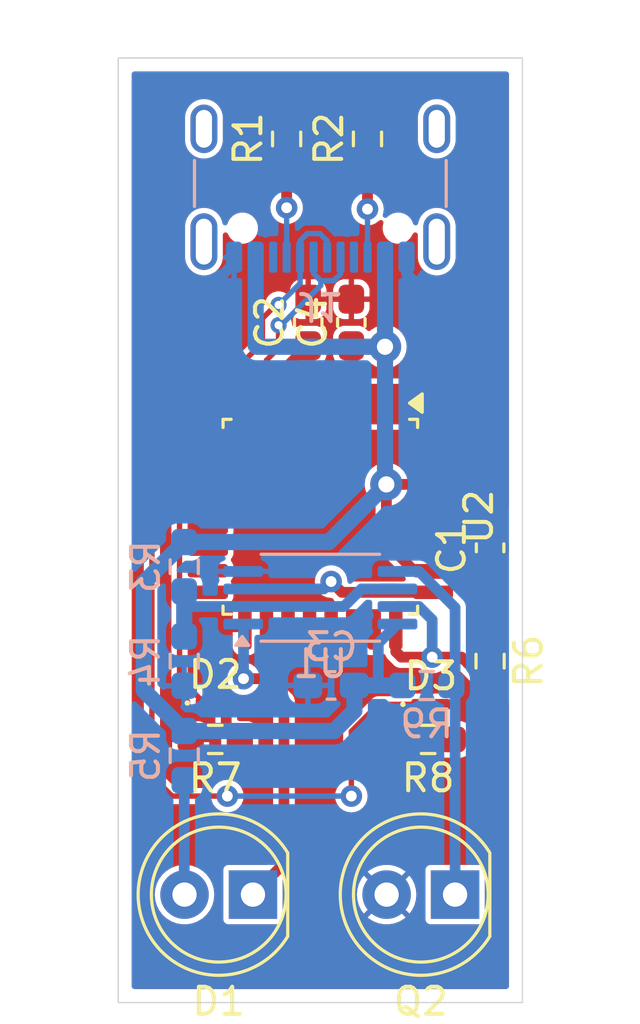
<source format=kicad_pcb>
(kicad_pcb (version 20240108) (generator "pcbnew") (generator_version "8.0")
  (layers (0 "F.Cu" signal) (31 "B.Cu" signal) (34 "B.Paste" user) (35 "F.Paste" user) (36 "B.SilkS" user "B.Silkscreen") (37 "F.SilkS" user "F.Silkscreen") (38 "B.Mask" user) (39 "F.Mask" user) (44 "Edge.Cuts" user))
  (net 0 "")
  (net 1 "GND")
  (net 2 "VBUS")
  (net 3 "Net-(U2-3V3OUT)")
  (net 4 "Net-(D1-A)")
  (net 5 "Net-(D1-K)")
  (net 6 "Net-(D2-A)")
  (net 7 "Net-(D2-K)")
  (net 8 "Net-(D3-A)")
  (net 9 "Net-(D3-K)")
  (net 11 "Net-(J1-CC1)")
  (net 12 "/D-")
  (net 13 "/D+")
  (net 15 "Net-(J1-CC2)")
  (net 17 "Net-(Q2-C)")
  (net 18 "+2V5")
  (net 19 "/RXD")
  (net 20 "/TXD")
  (footprint "LED_SMD:LED_0201_0603Metric_Pad0.64x0.40mm_HandSolder" (layer "F.Cu") (at 140.6 97.9)
    (property "Reference" "D2" (at 0 -1.05 0) (layer "F.SilkS"))
    (property "Value" "GREEN")
    (fp_circle (center -1.035 0) (end -0.985 0) (stroke (width 0.1)) (fill none) (layer "F.SilkS"))
    (pad "1" smd roundrect (at -0.4075 0) (size 0.635 0.4) (layers "F.Cu" "F.Mask") (net 7 "Net-(D2-K)"))
    (pad "2" smd roundrect (at 0.4075 0) (size 0.635 0.4) (layers "F.Cu" "F.Mask") (net 6 "Net-(D2-A)"))
  )
  (footprint "Package_QFP:LQFP-32_7x7mm_P0.8mm" (layer "F.Cu") (at 144.5 91 -90)
    (property "Reference" "U2" (at 0 -5.88 90) (layer "F.SilkS"))
    (property "Value" "FT232BM")
    (fp_line (start -3.61 3.61) (end -3.61 3.31) (stroke (width 0.12)) (layer "F.SilkS"))
    (fp_line (start -3.31 3.61) (end -3.61 3.61) (stroke (width 0.12)) (layer "F.SilkS"))
    (fp_line (start 3.31 3.61) (end 3.61 3.61) (stroke (width 0.12)) (layer "F.SilkS"))
    (fp_line (start 3.61 3.61) (end 3.61 3.31) (stroke (width 0.12)) (layer "F.SilkS"))
    (fp_line (start -3.61 -3.61) (end -3.61 -3.31) (stroke (width 0.12)) (layer "F.SilkS"))
    (fp_line (start -3.31 -3.61) (end -3.61 -3.61) (stroke (width 0.12)) (layer "F.SilkS"))
    (fp_line (start 3.31 -3.61) (end 3.61 -3.61) (stroke (width 0.12)) (layer "F.SilkS"))
    (fp_line (start 3.61 -3.61) (end 3.61 -3.31) (stroke (width 0.12)) (layer "F.SilkS"))
    (fp_poly (pts (xy -4.2125 -3.31) (xy -4.5525 -3.78) (xy -3.8725 -3.78) (xy -4.2125 -3.31)) (stroke (width 0.12)) (fill solid) (layer "F.SilkS"))
    (pad "1" smd roundrect (at -4.175 -2.8 270) (size 1.5 0.5) (layers "F.Cu" "F.Paste" "F.Mask"))
    (pad "2" smd roundrect (at -4.175 -2 270) (size 1.5 0.5) (layers "F.Cu" "F.Paste" "F.Mask"))
    (pad "3" smd roundrect (at -4.175 -1.2 270) (size 1.5 0.5) (layers "F.Cu" "F.Paste" "F.Mask") (net 2 "VBUS"))
    (pad "4" smd roundrect (at -4.175 -0.4 270) (size 1.5 0.5) (layers "F.Cu" "F.Paste" "F.Mask"))
    (pad "5" smd roundrect (at -4.175 0.4 270) (size 1.5 0.5) (layers "F.Cu" "F.Paste" "F.Mask"))
    (pad "6" smd roundrect (at -4.175 1.2 270) (size 1.5 0.5) (layers "F.Cu" "F.Paste" "F.Mask") (net 3 "Net-(U2-3V3OUT)"))
    (pad "7" smd roundrect (at -4.175 2 270) (size 1.5 0.5) (layers "F.Cu" "F.Paste" "F.Mask") (net 13 "/D+"))
    (pad "8" smd roundrect (at -4.175 2.8 270) (size 1.5 0.5) (layers "F.Cu" "F.Paste" "F.Mask") (net 12 "/D-"))
    (pad "9" smd roundrect (at -2.8 4.175 270) (size 0.5 1.5) (layers "F.Cu" "F.Paste" "F.Mask") (net 1 "GND"))
    (pad "10" smd roundrect (at -2 4.175 270) (size 0.5 1.5) (layers "F.Cu" "F.Paste" "F.Mask"))
    (pad "11" smd roundrect (at -1.2 4.175 270) (size 0.5 1.5) (layers "F.Cu" "F.Paste" "F.Mask") (net 9 "Net-(D3-K)"))
    (pad "12" smd roundrect (at -0.4 4.175 270) (size 0.5 1.5) (layers "F.Cu" "F.Paste" "F.Mask") (net 7 "Net-(D2-K)"))
    (pad "13" smd roundrect (at 0.4 4.175 270) (size 0.5 1.5) (layers "F.Cu" "F.Paste" "F.Mask"))
    (pad "14" smd roundrect (at 1.2 4.175 270) (size 0.5 1.5) (layers "F.Cu" "F.Paste" "F.Mask"))
    (pad "15" smd roundrect (at 2 4.175 270) (size 0.5 1.5) (layers "F.Cu" "F.Paste" "F.Mask"))
    (pad "16" smd roundrect (at 2.8 4.175 270) (size 0.5 1.5) (layers "F.Cu" "F.Paste" "F.Mask"))
    (pad "17" smd roundrect (at 4.175 2.8 270) (size 1.5 0.5) (layers "F.Cu" "F.Paste" "F.Mask") (net 1 "GND"))
    (pad "18" smd roundrect (at 4.175 2 270) (size 1.5 0.5) (layers "F.Cu" "F.Paste" "F.Mask"))
    (pad "19" smd roundrect (at 4.175 1.2 270) (size 1.5 0.5) (layers "F.Cu" "F.Paste" "F.Mask"))
    (pad "20" smd roundrect (at 4.175 0.4 270) (size 1.5 0.5) (layers "F.Cu" "F.Paste" "F.Mask"))
    (pad "21" smd roundrect (at 4.175 -0.4 270) (size 1.5 0.5) (layers "F.Cu" "F.Paste" "F.Mask"))
    (pad "22" smd roundrect (at 4.175 -1.2 270) (size 1.5 0.5) (layers "F.Cu" "F.Paste" "F.Mask"))
    (pad "23" smd roundrect (at 4.175 -2 270) (size 1.5 0.5) (layers "F.Cu" "F.Paste" "F.Mask"))
    (pad "24" smd roundrect (at 4.175 -2.8 270) (size 1.5 0.5) (layers "F.Cu" "F.Paste" "F.Mask") (net 19 "/RXD"))
    (pad "25" smd roundrect (at 2.8 -4.175 270) (size 0.5 1.5) (layers "F.Cu" "F.Paste" "F.Mask") (net 20 "/TXD"))
    (pad "26" smd roundrect (at 2 -4.175 270) (size 0.5 1.5) (layers "F.Cu" "F.Paste" "F.Mask") (net 2 "VBUS"))
    (pad "27" smd roundrect (at 1.2 -4.175 270) (size 0.5 1.5) (layers "F.Cu" "F.Paste" "F.Mask"))
    (pad "28" smd roundrect (at 0.4 -4.175 270) (size 0.5 1.5) (layers "F.Cu" "F.Paste" "F.Mask"))
    (pad "29" smd roundrect (at -0.4 -4.175 270) (size 0.5 1.5) (layers "F.Cu" "F.Paste" "F.Mask") (net 1 "GND"))
    (pad "30" smd roundrect (at -1.2 -4.175 270) (size 0.5 1.5) (layers "F.Cu" "F.Paste" "F.Mask") (net 2 "VBUS"))
    (pad "31" smd roundrect (at -2 -4.175 270) (size 0.5 1.5) (layers "F.Cu" "F.Paste" "F.Mask") (net 1 "GND"))
    (pad "32" smd roundrect (at -2.8 -4.175 270) (size 0.5 1.5) (layers "F.Cu" "F.Paste" "F.Mask"))
  )
  (footprint "Capacitor_SMD:C_0603_1608Metric_Pad1.08x0.95mm_HandSolder" (layer "F.Cu") (at 145.65 83.8 90)
    (property "Reference" "C4" (at 0 -1.43 90) (layer "F.SilkS"))
    (property "Value" "0.1u")
    (fp_line (start -0.146267 -0.51) (end 0.146267 -0.51) (stroke (width 0.12)) (layer "F.SilkS"))
    (fp_line (start -0.146267 0.51) (end 0.146267 0.51) (stroke (width 0.12)) (layer "F.SilkS"))
    (pad "1" smd roundrect (at -0.8625 0 90) (size 1.075 0.95) (layers "F.Cu" "F.Paste" "F.Mask") (net 2 "VBUS"))
    (pad "2" smd roundrect (at 0.8625 0 90) (size 1.075 0.95) (layers "F.Cu" "F.Paste" "F.Mask") (net 1 "GND"))
  )
  (footprint "Resistor_SMD:R_0603_1608Metric_Pad0.98x0.95mm_HandSolder" (layer "F.Cu") (at 140.6 99.25 180)
    (property "Reference" "R7" (at 0 -1.43 0) (layer "F.SilkS"))
    (property "Value" "330R")
    (fp_line (start -0.254724 0.5225) (end 0.254724 0.5225) (stroke (width 0.12)) (layer "F.SilkS"))
    (fp_line (start -0.254724 -0.5225) (end 0.254724 -0.5225) (stroke (width 0.12)) (layer "F.SilkS"))
    (pad "1" smd roundrect (at -0.9125 0 180) (size 0.975 0.95) (layers "F.Cu" "F.Paste" "F.Mask") (net 6 "Net-(D2-A)"))
    (pad "2" smd roundrect (at 0.9125 0 180) (size 0.975 0.95) (layers "F.Cu" "F.Paste" "F.Mask") (net 1 "GND"))
  )
  (footprint "Capacitor_SMD:C_0603_1608Metric_Pad1.08x0.95mm_HandSolder" (layer "F.Cu") (at 144.05 83.8 90)
    (property "Reference" "C2" (at 0 -1.43 90) (layer "F.SilkS"))
    (property "Value" "0.1u")
    (fp_line (start -0.146267 -0.51) (end 0.146267 -0.51) (stroke (width 0.12)) (layer "F.SilkS"))
    (fp_line (start -0.146267 0.51) (end 0.146267 0.51) (stroke (width 0.12)) (layer "F.SilkS"))
    (pad "1" smd roundrect (at -0.8625 0 90) (size 1.075 0.95) (layers "F.Cu" "F.Paste" "F.Mask") (net 3 "Net-(U2-3V3OUT)"))
    (pad "2" smd roundrect (at 0.8625 0 90) (size 1.075 0.95) (layers "F.Cu" "F.Paste" "F.Mask") (net 1 "GND"))
  )
  (footprint "Resistor_SMD:R_0603_1608Metric_Pad0.98x0.95mm_HandSolder" (layer "F.Cu") (at 148.5 99.25 180)
    (property "Reference" "R8" (at 0 -1.43 0) (layer "F.SilkS"))
    (property "Value" "330R")
    (fp_line (start -0.254724 0.5225) (end 0.254724 0.5225) (stroke (width 0.12)) (layer "F.SilkS"))
    (fp_line (start -0.254724 -0.5225) (end 0.254724 -0.5225) (stroke (width 0.12)) (layer "F.SilkS"))
    (pad "1" smd roundrect (at -0.9125 0 180) (size 0.975 0.95) (layers "F.Cu" "F.Paste" "F.Mask") (net 8 "Net-(D3-A)"))
    (pad "2" smd roundrect (at 0.9125 0 180) (size 0.975 0.95) (layers "F.Cu" "F.Paste" "F.Mask") (net 1 "GND"))
  )
  (footprint "Resistor_SMD:R_0603_1608Metric_Pad0.98x0.95mm_HandSolder" (layer "F.Cu") (at 143.25 77 90)
    (property "Reference" "R1" (at 0 -1.43 90) (layer "F.SilkS"))
    (property "Value" "5.1k")
    (fp_line (start -0.254724 -0.5225) (end 0.254724 -0.5225) (stroke (width 0.12)) (layer "F.SilkS"))
    (fp_line (start -0.254724 0.5225) (end 0.254724 0.5225) (stroke (width 0.12)) (layer "F.SilkS"))
    (pad "1" smd roundrect (at -0.9125 0 90) (size 0.975 0.95) (layers "F.Cu" "F.Paste" "F.Mask") (net 11 "Net-(J1-CC1)"))
    (pad "2" smd roundrect (at 0.9125 0 90) (size 0.975 0.95) (layers "F.Cu" "F.Paste" "F.Mask") (net 1 "GND"))
  )
  (footprint "LED_THT:LED_D5.0mm_Clear" (layer "F.Cu") (at 149.5 105 180)
    (property "Reference" "Q2" (at 1.27 -3.96 0) (layer "F.SilkS"))
    (property "Value" "INL-5ANPT30")
    (fp_line (start -1.29 -1.545) (end -1.29 1.545) (stroke (width 0.12)) (layer "F.SilkS"))
    (fp_arc (start 4.26 0.000048) (mid 2.071756 2.880501) (end -1.29 1.54483) (stroke (width 0.12)) (layer "F.SilkS"))
    (fp_arc (start -1.29 -1.54483) (mid 2.071756 -2.880501) (end 4.26 -0.000048) (stroke (width 0.12)) (layer "F.SilkS"))
    (fp_circle (center 1.27 0) (end 3.77 0) (stroke (width 0.12)) (fill none) (layer "F.SilkS"))
    (pad "1" thru_hole rect (at 0 0 180) (size 1.8 1.8) (drill 0.9) (layers "*.Cu" "*.Mask") (net 17 "Net-(Q2-C)"))
    (pad "2" thru_hole circle (at 2.54 0 180) (size 1.8 1.8) (drill 0.9) (layers "*.Cu" "*.Mask") (net 1 "GND"))
  )
  (footprint "LED_THT:LED_D5.0mm_Clear" (layer "F.Cu") (at 142 105 180)
    (property "Reference" "D1" (at 1.27 -3.96 0) (layer "F.SilkS"))
    (property "Value" "TSAL6400")
    (fp_line (start -1.29 -1.545) (end -1.29 1.545) (stroke (width 0.12)) (layer "F.SilkS"))
    (fp_arc (start 4.26 0.000048) (mid 2.071756 2.880501) (end -1.29 1.54483) (stroke (width 0.12)) (layer "F.SilkS"))
    (fp_arc (start -1.29 -1.54483) (mid 2.071756 -2.880501) (end 4.26 -0.000048) (stroke (width 0.12)) (layer "F.SilkS"))
    (fp_circle (center 1.27 0) (end 3.77 0) (stroke (width 0.12)) (fill none) (layer "F.SilkS"))
    (pad "1" thru_hole rect (at 0 0 180) (size 1.8 1.8) (drill 0.9) (layers "*.Cu" "*.Mask") (net 5 "Net-(D1-K)"))
    (pad "2" thru_hole circle (at 2.54 0 180) (size 1.8 1.8) (drill 0.9) (layers "*.Cu" "*.Mask") (net 4 "Net-(D1-A)"))
  )
  (footprint "Resistor_SMD:R_0603_1608Metric_Pad0.98x0.95mm_HandSolder" (layer "F.Cu") (at 146.25 77 90)
    (property "Reference" "R2" (at 0 -1.43 90) (layer "F.SilkS"))
    (property "Value" "5.1k")
    (fp_line (start -0.254724 -0.5225) (end 0.254724 -0.5225) (stroke (width 0.12)) (layer "F.SilkS"))
    (fp_line (start -0.254724 0.5225) (end 0.254724 0.5225) (stroke (width 0.12)) (layer "F.SilkS"))
    (pad "1" smd roundrect (at -0.9125 0 90) (size 0.975 0.95) (layers "F.Cu" "F.Paste" "F.Mask") (net 15 "Net-(J1-CC2)"))
    (pad "2" smd roundrect (at 0.9125 0 90) (size 0.975 0.95) (layers "F.Cu" "F.Paste" "F.Mask") (net 1 "GND"))
  )
  (footprint "Resistor_SMD:R_0603_1608Metric_Pad0.98x0.95mm_HandSolder" (layer "F.Cu") (at 150.8 96.35 -90)
    (property "Reference" "R6" (at 0 -1.43 90) (layer "F.SilkS"))
    (property "Value" "12k")
    (fp_line (start -0.254724 0.5225) (end 0.254724 0.5225) (stroke (width 0.12)) (layer "F.SilkS"))
    (fp_line (start -0.254724 -0.5225) (end 0.254724 -0.5225) (stroke (width 0.12)) (layer "F.SilkS"))
    (pad "1" smd roundrect (at -0.9125 0 270) (size 0.975 0.95) (layers "F.Cu" "F.Paste" "F.Mask") (net 2 "VBUS"))
    (pad "2" smd roundrect (at 0.9125 0 270) (size 0.975 0.95) (layers "F.Cu" "F.Paste" "F.Mask") (net 19 "/RXD"))
  )
  (footprint "LED_SMD:LED_0201_0603Metric_Pad0.64x0.40mm_HandSolder" (layer "F.Cu") (at 148.6 97.95)
    (property "Reference" "D3" (at 0 -1.05 0) (layer "F.SilkS"))
    (property "Value" "RED")
    (fp_circle (center -1.035 0) (end -0.985 0) (stroke (width 0.1)) (fill none) (layer "F.SilkS"))
    (pad "1" smd roundrect (at -0.4075 0) (size 0.635 0.4) (layers "F.Cu" "F.Mask") (net 9 "Net-(D3-K)"))
    (pad "2" smd roundrect (at 0.4075 0) (size 0.635 0.4) (layers "F.Cu" "F.Mask") (net 8 "Net-(D3-A)"))
  )
  (footprint "Capacitor_SMD:C_0603_1608Metric_Pad1.08x0.95mm_HandSolder" (layer "F.Cu") (at 150.8 92.15 90)
    (property "Reference" "C1" (at 0 -1.43 90) (layer "F.SilkS"))
    (property "Value" "0.1u")
    (fp_line (start -0.146267 -0.51) (end 0.146267 -0.51) (stroke (width 0.12)) (layer "F.SilkS"))
    (fp_line (start -0.146267 0.51) (end 0.146267 0.51) (stroke (width 0.12)) (layer "F.SilkS"))
    (pad "1" smd roundrect (at -0.8625 0 90) (size 1.075 0.95) (layers "F.Cu" "F.Paste" "F.Mask") (net 2 "VBUS"))
    (pad "2" smd roundrect (at 0.8625 0 90) (size 1.075 0.95) (layers "F.Cu" "F.Paste" "F.Mask") (net 1 "GND"))
  )
  (footprint "Capacitor_SMD:C_0603_1608Metric_Pad1.08x0.95mm_HandSolder" (layer "B.Cu") (at 144.9 97.25 180)
    (property "Reference" "C3" (at 0 1.43 0) (layer "B.SilkS") (effects (justify mirror)))
    (property "Value" "0.1u")
    (fp_line (start 0.146267 0.51) (end -0.146267 0.51) (stroke (width 0.12)) (layer "B.SilkS"))
    (fp_line (start 0.146267 -0.51) (end -0.146267 -0.51) (stroke (width 0.12)) (layer "B.SilkS"))
    (pad "1" smd roundrect (at -0.8625 0 180) (size 1.075 0.95) (layers "B.Cu" "B.Paste" "B.Mask") (net 2 "VBUS"))
    (pad "2" smd roundrect (at 0.8625 0 180) (size 1.075 0.95) (layers "B.Cu" "B.Paste" "B.Mask") (net 1 "GND"))
  )
  (footprint "Resistor_SMD:R_0603_1608Metric_Pad0.98x0.95mm_HandSolder" (layer "B.Cu") (at 148.45 97.25)
    (property "Reference" "R9" (at 0 1.43 360) (layer "B.SilkS") (effects (justify mirror)))
    (property "Value" "1k")
    (fp_line (start 0.254724 -0.5225) (end -0.254724 -0.5225) (stroke (width 0.12)) (layer "B.SilkS"))
    (fp_line (start 0.254724 0.5225) (end -0.254724 0.5225) (stroke (width 0.12)) (layer "B.SilkS"))
    (pad "1" smd roundrect (at -0.9125 0) (size 0.975 0.95) (layers "B.Cu" "B.Paste" "B.Mask") (net 2 "VBUS"))
    (pad "2" smd roundrect (at 0.9125 0) (size 0.975 0.95) (layers "B.Cu" "B.Paste" "B.Mask") (net 17 "Net-(Q2-C)"))
  )
  (footprint "Connector_USB:USB_C_Receptacle_GCT_USB4105-xx-A_16P_TopMnt_Horizontal" (layer "B.Cu") (at 144.5 77.7)
    (property "Reference" "J1" (at 0 5.5 180) (layer "B.SilkS") (effects (justify mirror)))
    (property "Value" "USB_C_Receptacle_USB2.0_16P")
    (fp_line (start -4.67 1.8) (end -4.67 0.1) (stroke (width 0.12)) (layer "B.SilkS"))
    (fp_line (start 4.67 1.8) (end 4.67 0.1) (stroke (width 0.12)) (layer "B.SilkS"))
    (pad "" np_thru_hole circle (at -2.89 2.605) (size 0.65 0.65) (drill 0.65) (layers "F&B.Cu" "*.Mask"))
    (pad "" np_thru_hole circle (at 2.89 2.605) (size 0.65 0.65) (drill 0.65) (layers "F&B.Cu" "*.Mask"))
    (pad "A1" smd roundrect (at -3.2 3.68) (size 0.6 1.15) (layers "B.Cu" "B.Paste" "B.Mask") (net 1 "GND"))
    (pad "A4" smd roundrect (at -2.4 3.68) (size 0.6 1.15) (layers "B.Cu" "B.Paste" "B.Mask") (net 2 "VBUS"))
    (pad "A5" smd roundrect (at -1.25 3.68) (size 0.3 1.15) (layers "B.Cu" "B.Paste" "B.Mask") (net 11 "Net-(J1-CC1)"))
    (pad "A6" smd roundrect (at -0.25 3.68) (size 0.3 1.15) (layers "B.Cu" "B.Paste" "B.Mask") (net 13 "/D+"))
    (pad "A7" smd roundrect (at 0.25 3.68) (size 0.3 1.15) (layers "B.Cu" "B.Paste" "B.Mask") (net 12 "/D-"))
    (pad "A8" smd roundrect (at 1.25 3.68) (size 0.3 1.15) (layers "B.Cu" "B.Paste" "B.Mask"))
    (pad "A9" smd roundrect (at 2.4 3.68) (size 0.6 1.15) (layers "B.Cu" "B.Paste" "B.Mask") (net 2 "VBUS"))
    (pad "A12" smd roundrect (at 3.2 3.68) (size 0.6 1.15) (layers "B.Cu" "B.Paste" "B.Mask") (net 1 "GND"))
    (pad "B1" smd roundrect (at 3.2 3.68) (size 0.6 1.15) (layers "B.Cu" "B.Paste" "B.Mask") (net 1 "GND"))
    (pad "B4" smd roundrect (at 2.4 3.68) (size 0.6 1.15) (layers "B.Cu" "B.Paste" "B.Mask") (net 2 "VBUS"))
    (pad "B5" smd roundrect (at 1.75 3.68) (size 0.3 1.15) (layers "B.Cu" "B.Paste" "B.Mask") (net 15 "Net-(J1-CC2)"))
    (pad "B6" smd roundrect (at 0.75 3.68) (size 0.3 1.15) (layers "B.Cu" "B.Paste" "B.Mask") (net 13 "/D+"))
    (pad "B7" smd roundrect (at -0.75 3.68) (size 0.3 1.15) (layers "B.Cu" "B.Paste" "B.Mask") (net 12 "/D-"))
    (pad "B8" smd roundrect (at -1.75 3.68) (size 0.3 1.15) (layers "B.Cu" "B.Paste" "B.Mask"))
    (pad "B9" smd roundrect (at -2.4 3.68) (size 0.6 1.15) (layers "B.Cu" "B.Paste" "B.Mask") (net 2 "VBUS"))
    (pad "B12" smd roundrect (at -3.2 3.68) (size 0.6 1.15) (layers "B.Cu" "B.Paste" "B.Mask") (net 1 "GND"))
    (pad "S1" thru_hole oval (at -4.32 -1.075) (size 1 1.8) (drill oval 0.6 1.4) (property pad_prop_heatsink) (layers "*.Cu" "*.Mask" "B.Paste"))
    (pad "S1" thru_hole oval (at -4.32 3.105) (size 1 2.1) (drill oval 0.6 1.7) (property pad_prop_heatsink) (layers "*.Cu" "*.Mask" "B.Paste"))
    (pad "S1" thru_hole oval (at 4.32 -1.075) (size 1 1.8) (drill oval 0.6 1.4) (property pad_prop_heatsink) (layers "*.Cu" "*.Mask" "B.Paste"))
    (pad "S1" thru_hole oval (at 4.32 3.105) (size 1 2.1) (drill oval 0.6 1.7) (property pad_prop_heatsink) (layers "*.Cu" "*.Mask" "B.Paste"))
  )
  (footprint "Resistor_SMD:R_0603_1608Metric_Pad0.98x0.95mm_HandSolder" (layer "B.Cu") (at 139.45 92.85 -90)
    (property "Reference" "R3" (at 0 1.43 90) (layer "B.SilkS") (effects (justify mirror)))
    (property "Value" "10k")
    (fp_line (start 0.254724 0.5225) (end -0.254724 0.5225) (stroke (width 0.12)) (layer "B.SilkS"))
    (fp_line (start 0.254724 -0.5225) (end -0.254724 -0.5225) (stroke (width 0.12)) (layer "B.SilkS"))
    (pad "1" smd roundrect (at -0.9125 0 270) (size 0.975 0.95) (layers "B.Cu" "B.Paste" "B.Mask") (net 2 "VBUS"))
    (pad "2" smd roundrect (at 0.9125 0 270) (size 0.975 0.95) (layers "B.Cu" "B.Paste" "B.Mask") (net 18 "+2V5"))
  )
  (footprint "Resistor_SMD:R_0603_1608Metric_Pad0.98x0.95mm_HandSolder" (layer "B.Cu") (at 139.45 96.35 -90)
    (property "Reference" "R4" (at 0 1.43 90) (layer "B.SilkS") (effects (justify mirror)))
    (property "Value" "10k")
    (fp_line (start 0.254724 0.5225) (end -0.254724 0.5225) (stroke (width 0.12)) (layer "B.SilkS"))
    (fp_line (start 0.254724 -0.5225) (end -0.254724 -0.5225) (stroke (width 0.12)) (layer "B.SilkS"))
    (pad "1" smd roundrect (at -0.9125 0 270) (size 0.975 0.95) (layers "B.Cu" "B.Paste" "B.Mask") (net 18 "+2V5"))
    (pad "2" smd roundrect (at 0.9125 0 270) (size 0.975 0.95) (layers "B.Cu" "B.Paste" "B.Mask") (net 1 "GND"))
  )
  (footprint "Resistor_SMD:R_0603_1608Metric_Pad0.98x0.95mm_HandSolder" (layer "B.Cu") (at 139.45 99.85 -90)
    (property "Reference" "R5" (at 0 1.43 90) (layer "B.SilkS") (effects (justify mirror)))
    (property "Value" "R")
    (fp_line (start 0.254724 0.5225) (end -0.254724 0.5225) (stroke (width 0.12)) (layer "B.SilkS"))
    (fp_line (start 0.254724 -0.5225) (end -0.254724 -0.5225) (stroke (width 0.12)) (layer "B.SilkS"))
    (pad "1" smd roundrect (at -0.9125 0 270) (size 0.975 0.95) (layers "B.Cu" "B.Paste" "B.Mask") (net 2 "VBUS"))
    (pad "2" smd roundrect (at 0.9125 0 270) (size 0.975 0.95) (layers "B.Cu" "B.Paste" "B.Mask") (net 4 "Net-(D1-A)"))
  )
  (footprint "Package_SO:TSSOP-8_4.4x3mm_P0.65mm" (layer "B.Cu") (at 144.5 94)
    (property "Reference" "U1" (at 0 2.45 0) (layer "B.SilkS") (effects (justify mirror)))
    (property "Value" "LM393")
    (fp_line (start -2.2 -1.61) (end 0 -1.61) (stroke (width 0.12)) (layer "B.SilkS"))
    (fp_line (start -2.2 1.61) (end 0 1.61) (stroke (width 0.12)) (layer "B.SilkS"))
    (fp_line (start 2.2 -1.61) (end 0 -1.61) (stroke (width 0.12)) (layer "B.SilkS"))
    (fp_line (start 2.2 1.61) (end 0 1.61) (stroke (width 0.12)) (layer "B.SilkS"))
    (fp_poly (pts (xy -2.9 1.435) (xy -3.14 1.765) (xy -2.66 1.765) (xy -2.9 1.435)) (stroke (width 0.12)) (fill solid) (layer "B.SilkS"))
    (pad "1" smd roundrect (at -2.8625 0.975) (size 1.475 0.4) (layers "B.Cu" "B.Paste" "B.Mask") (net 5 "Net-(D1-K)"))
    (pad "2" smd roundrect (at -2.8625 0.325) (size 1.475 0.4) (layers "B.Cu" "B.Paste" "B.Mask") (net 18 "+2V5"))
    (pad "3" smd roundrect (at -2.8625 -0.325) (size 1.475 0.4) (layers "B.Cu" "B.Paste" "B.Mask") (net 20 "/TXD"))
    (pad "4" smd roundrect (at -2.8625 -0.975) (size 1.475 0.4) (layers "B.Cu" "B.Paste" "B.Mask") (net 1 "GND"))
    (pad "5" smd roundrect (at 2.8625 -0.975) (size 1.475 0.4) (layers "B.Cu" "B.Paste" "B.Mask") (net 17 "Net-(Q2-C)"))
    (pad "6" smd roundrect (at 2.8625 -0.325) (size 1.475 0.4) (layers "B.Cu" "B.Paste" "B.Mask") (net 18 "+2V5"))
    (pad "7" smd roundrect (at 2.8625 0.325) (size 1.475 0.4) (layers "B.Cu" "B.Paste" "B.Mask") (net 19 "/RXD"))
    (pad "8" smd roundrect (at 2.8625 0.975) (size 1.475 0.4) (layers "B.Cu" "B.Paste" "B.Mask") (net 2 "VBUS"))
  )
  (gr_rect (start 137 74) (end 152 109) (stroke (width 0.05)) (fill none) (layer "Edge.Cuts"))
  (segment (start 147.7 81.38) (end 147.7 82) (width 0.4) (layer "B.Cu") (net 1))
  (segment (start 141.3 81.38) (end 141.3 81.6) (width 0.4) (layer "B.Cu") (net 1))
  (segment (start 141.3 81.6) (end 140.85 82.05) (width 0.4) (layer "B.Cu") (net 1))
  (segment (start 147.7 82) (end 148.3 82.6) (width 0.4) (layer "B.Cu") (net 1))
  (segment (start 150.8 94.3) (end 150.8 93.0125) (width 0.6) (layer "F.Cu") (net 2))
  (segment (start 145.7 86.825) (end 145.7 84.7125) (width 0.4) (layer "F.Cu") (net 2))
  (segment (start 146.9 84.7) (end 145.6875 84.7) (width 0.6) (layer "F.Cu") (net 2))
  (segment (start 146.95 89.8) (end 146.95 91.970926) (width 0.4) (layer "F.Cu") (net 2))
  (segment (start 145.8125 84.5) (end 145.65 84.6625) (width 0.6) (layer "F.Cu") (net 2))
  (segment (start 145.7 84.7125) (end 145.65 84.6625) (width 0.4) (layer "F.Cu") (net 2))
  (segment (start 146.95 91.970926) (end 147.979074 93) (width 0.4) (layer "F.Cu") (net 2))
  (segment (start 150.7875 93) (end 150.8 93.0125) (width 0.6) (layer "F.Cu") (net 2))
  (segment (start 150.8 95.4375) (end 150.8 94.3) (width 0.6) (layer "F.Cu") (net 2))
  (segment (start 147.979074 93) (end 148.675 93) (width 0.4) (layer "F.Cu") (net 2))
  (segment (start 145.6875 84.7) (end 145.65 84.6625) (width 0.6) (layer "F.Cu") (net 2))
  (segment (start 148.675 93) (end 150.7875 93) (width 0.6) (layer "F.Cu") (net 2))
  (segment (start 148.675 89.8) (end 146.95 89.8) (width 0.4) (layer "F.Cu") (net 2))
  (via (at 146.9 84.7) (size 1.2) (drill 0.6) (layers "F.Cu" "B.Cu") (net 2))
  (via (at 146.95 89.8) (size 1.2) (drill 0.6) (layers "F.Cu" "B.Cu") (net 2))
  (segment (start 137.95 97.4375) (end 137.95 93.4375) (width 0.6) (layer "B.Cu") (net 2))
  (segment (start 139.45 98.9375) (end 137.95 97.4375) (width 0.6) (layer "B.Cu") (net 2))
  (segment (start 142.1 81.38) (end 142.1 84.65) (width 0.6) (layer "B.Cu") (net 2))
  (segment (start 142.15 84.7) (end 142.1 84.65) (width 0.6) (layer "B.Cu") (net 2))
  (segment (start 146.65 95.6875) (end 146.65 97.25) (width 0.4) (layer "B.Cu") (net 2))
  (segment (start 146.9 84.5) (end 146.7 84.7) (width 0.6) (layer "B.Cu") (net 2))
  (segment (start 144.8125 91.9375) (end 146.95 89.8) (width 0.6) (layer "B.Cu") (net 2))
  (segment (start 146.9 84.7) (end 142.15 84.7) (width 0.6) (layer "B.Cu") (net 2))
  (segment (start 146.9 84.7) (end 146.9 89.75) (width 0.6) (layer "B.Cu") (net 2))
  (segment (start 146.9 81.38) (end 146.9 84.5) (width 0.6) (layer "B.Cu") (net 2))
  (segment (start 145.7625 98.1875) (end 145.7625 97.25) (width 0.6) (layer "B.Cu") (net 2))
  (segment (start 139.45 91.9375) (end 144.8125 91.9375) (width 0.6) (layer "B.Cu") (net 2))
  (segment (start 145.7625 97.25) (end 146.65 97.25) (width 0.6) (layer "B.Cu") (net 2))
  (segment (start 145.0125 98.9375) (end 145.7625 98.1875) (width 0.6) (layer "B.Cu") (net 2))
  (segment (start 146.65 97.25) (end 147.5375 97.25) (width 0.6) (layer "B.Cu") (net 2))
  (segment (start 147.3625 94.975) (end 146.65 95.6875) (width 0.4) (layer "B.Cu") (net 2))
  (segment (start 137.95 93.4375) (end 139.45 91.9375) (width 0.6) (layer "B.Cu") (net 2))
  (segment (start 146.9 89.75) (end 146.95 89.8) (width 0.6) (layer "B.Cu") (net 2))
  (segment (start 139.45 98.9375) (end 145.0125 98.9375) (width 0.6) (layer "B.Cu") (net 2))
  (segment (start 143.3 85.4) (end 143.3 86.825) (width 0.4) (layer "F.Cu") (net 3))
  (segment (start 144.05 84.6625) (end 144.0375 84.6625) (width 0.4) (layer "F.Cu") (net 3))
  (segment (start 144.0375 84.6625) (end 143.3 85.4) (width 0.4) (layer "F.Cu") (net 3))
  (segment (start 139.45 104.99) (end 139.46 105) (width 0.4) (layer "B.Cu") (net 4))
  (segment (start 139.45 100.7625) (end 139.45 104.99) (width 0.4) (layer "B.Cu") (net 4))
  (segment (start 143.15 103.85) (end 142 105) (width 0.4) (layer "F.Cu") (net 5))
  (segment (start 143.15 97.85) (end 143.15 103.85) (width 0.4) (layer "F.Cu") (net 5))
  (segment (start 141.65 97) (end 142.3 97) (width 0.4) (layer "F.Cu") (net 5))
  (segment (start 142.3 97) (end 143.15 97.85) (width 0.4) (layer "F.Cu") (net 5))
  (via (at 141.65 97) (size 0.8) (drill 0.4) (layers "F.Cu" "B.Cu") (net 5))
  (segment (start 141.65 94.9875) (end 141.6375 94.975) (width 0.4) (layer "B.Cu") (net 5))
  (segment (start 141.65 97) (end 141.65 94.9875) (width 0.4) (layer "B.Cu") (net 5))
  (segment (start 141.0075 98.745) (end 141.5125 99.25) (width 0.4) (layer "F.Cu") (net 6))
  (segment (start 141.0075 97.9) (end 141.0075 98.745) (width 0.4) (layer "F.Cu") (net 6))
  (segment (start 140.325 90.6) (end 139.575001 90.6) (width 0.2) (layer "F.Cu") (net 7))
  (segment (start 139.275 96.9825) (end 140.1925 97.9) (width 0.2) (layer "F.Cu") (net 7))
  (segment (start 139.575001 90.6) (end 139.275 90.900001) (width 0.2) (layer "F.Cu") (net 7))
  (segment (start 139.275 90.900001) (end 139.275 96.9825) (width 0.2) (layer "F.Cu") (net 7))
  (segment (start 149.0075 97.95) (end 149.0075 98.845) (width 0.4) (layer "F.Cu") (net 8))
  (segment (start 149.0075 98.845) (end 149.4125 99.25) (width 0.4) (layer "F.Cu") (net 8))
  (segment (start 145.65 98.95) (end 146.65 97.95) (width 0.2) (layer "F.Cu") (net 9))
  (segment (start 138.25 91.125001) (end 138.25 100.6) (width 0.2) (layer "F.Cu") (net 9))
  (segment (start 139.575001 89.8) (end 138.25 91.125001) (width 0.2) (layer "F.Cu") (net 9))
  (segment (start 146.65 97.95) (end 148.1925 97.95) (width 0.2) (layer "F.Cu") (net 9))
  (segment (start 141.05 101.35) (end 139 101.35) (width 0.2) (layer "F.Cu") (net 9))
  (segment (start 138.25 100.6) (end 139 101.35) (width 0.2) (layer "F.Cu") (net 9))
  (segment (start 145.65 101.35) (end 145.65 98.95) (width 0.2) (layer "F.Cu") (net 9))
  (segment (start 140.325 89.8) (end 139.575001 89.8) (width 0.2) (layer "F.Cu") (net 9))
  (via (at 141.05 101.35) (size 0.8) (drill 0.4) (layers "F.Cu" "B.Cu") (net 9))
  (via (at 145.65 101.35) (size 0.8) (drill 0.4) (layers "F.Cu" "B.Cu") (net 9))
  (segment (start 145.65 101.35) (end 141.05 101.35) (width 0.2) (layer "B.Cu") (net 9))
  (segment (start 143.25 77.9125) (end 143.25 79.55) (width 0.4) (layer "F.Cu") (net 11))
  (via (at 143.25 79.55) (size 0.8) (drill 0.4) (layers "F.Cu" "B.Cu") (net 11))
  (segment (start 143.25 81.38) (end 143.25 79.55) (width 0.2) (layer "B.Cu") (net 11))
  (segment (start 142.35 84.549997) (end 142.35 83.651471) (width 0.2) (layer "F.Cu") (net 12))
  (segment (start 142.35 83.651471) (end 142.851471 83.15) (width 0.2) (layer "F.Cu") (net 12))
  (segment (start 141.7 86.825) (end 141.7 85.199997) (width 0.2) (layer "F.Cu") (net 12))
  (segment (start 141.7 85.199997) (end 142.35 84.549997) (width 0.2) (layer "F.Cu") (net 12))
  (segment (start 142.851471 83.15) (end 142.95 83.15) (width 0.2) (layer "F.Cu") (net 12))
  (via (at 142.95 83.15) (size 0.6) (drill 0.3) (layers "F.Cu" "B.Cu") (net 12))
  (segment (start 142.95 83.15) (end 143.75 82.35) (width 0.2) (layer "B.Cu") (net 12))
  (segment (start 143.75 81.38) (end 143.75 80.77259) (width 0.2) (layer "B.Cu") (net 12))
  (segment (start 144.48241 80.505) (end 144.75 80.77259) (width 0.2) (layer "B.Cu") (net 12))
  (segment (start 143.75 82.35) (end 143.75 81.38) (width 0.2) (layer "B.Cu") (net 12))
  (segment (start 144.01759 80.505) (end 144.48241 80.505) (width 0.2) (layer "B.Cu") (net 12))
  (segment (start 144.75 80.77259) (end 144.75 81.38) (width 0.2) (layer "B.Cu") (net 12))
  (segment (start 143.75 80.77259) (end 144.01759 80.505) (width 0.2) (layer "B.Cu") (net 12))
  (segment (start 142.5 85.2) (end 142.95 84.75) (width 0.2) (layer "F.Cu") (net 13))
  (segment (start 142.5 86.825) (end 142.5 85.2) (width 0.2) (layer "F.Cu") (net 13))
  (segment (start 142.95 84.75) (end 142.95 83.9) (width 0.2) (layer "F.Cu") (net 13))
  (via (at 142.95 83.9) (size 0.6) (drill 0.3) (layers "F.Cu" "B.Cu") (net 13))
  (segment (start 144.25 81.98741) (end 144.51759 82.255) (width 0.2) (layer "B.Cu") (net 13))
  (segment (start 144.51759 82.430939) (end 144.51759 82.255) (width 0.2) (layer "B.Cu") (net 13))
  (segment (start 144.75 82.255) (end 144.995 82.255) (width 0.2) (layer "B.Cu") (net 13))
  (segment (start 142.95 83.9) (end 143.048529 83.9) (width 0.2) (layer "B.Cu") (net 13))
  (segment (start 143.048529 83.9) (end 144.51759 82.430939) (width 0.2) (layer "B.Cu") (net 13))
  (segment (start 145.25 82) (end 145.25 81.38) (width 0.2) (layer "B.Cu") (net 13))
  (segment (start 144.25 81.38) (end 144.25 81.98741) (width 0.2) (layer "B.Cu") (net 13))
  (segment (start 144.51759 82.255) (end 144.75 82.255) (width 0.2) (layer "B.Cu") (net 13))
  (segment (start 144.995 82.255) (end 145.25 82) (width 0.2) (layer "B.Cu") (net 13))
  (segment (start 146.25 77.9125) (end 146.25 79.6) (width 0.4) (layer "F.Cu") (net 15))
  (via (at 146.25 79.6) (size 0.8) (drill 0.4) (layers "F.Cu" "B.Cu") (net 15))
  (segment (start 146.25 81.38) (end 146.25 79.6) (width 0.2) (layer "B.Cu") (net 15))
  (segment (start 149.5 97.25) (end 149.5 94.365122) (width 0.4) (layer "B.Cu") (net 17))
  (segment (start 148.159878 93.025) (end 147.3625 93.025) (width 0.4) (layer "B.Cu") (net 17))
  (segment (start 149.5 94.365122) (end 148.159878 93.025) (width 0.4) (layer "B.Cu") (net 17))
  (segment (start 149.3625 97.25) (end 149.5 97.25) (width 0.4) (layer "B.Cu") (net 17))
  (segment (start 149.5 105) (end 149.5 99.7) (width 0.4) (layer "B.Cu") (net 17))
  (segment (start 149.5 99.7) (end 149.5 97.25) (width 0.4) (layer "B.Cu") (net 17))
  (segment (start 139.45 94.35) (end 139.45 95.4375) (width 0.6) (layer "B.Cu") (net 18))
  (segment (start 139.475 94.325) (end 139.45 94.35) (width 0.4) (layer "B.Cu") (net 18))
  (segment (start 141.6375 94.325) (end 139.475 94.325) (width 0.4) (layer "B.Cu") (net 18))
  (segment (start 146.025 93.675) (end 145.375 94.325) (width 0.4) (layer "B.Cu") (net 18))
  (segment (start 145.375 94.325) (end 141.6375 94.325) (width 0.4) (layer "B.Cu") (net 18))
  (segment (start 139.45 93.7625) (end 139.45 94.35) (width 0.6) (layer "B.Cu") (net 18))
  (segment (start 147.3625 93.675) (end 146.025 93.675) (width 0.4) (layer "B.Cu") (net 18))
  (segment (start 148.65 96.2) (end 147.5 96.2) (width 0.4) (layer "F.Cu") (net 19))
  (segment (start 149.7375 96.2) (end 150.8 97.2625) (width 0.4) (layer "F.Cu") (net 19))
  (segment (start 148.65 96.2) (end 149.7375 96.2) (width 0.4) (layer "F.Cu") (net 19))
  (segment (start 147.3 96) (end 147.3 95.175) (width 0.4) (layer "F.Cu") (net 19))
  (segment (start 147.5 96.2) (end 147.3 96) (width 0.4) (layer "F.Cu") (net 19))
  (via (at 148.65 96.2) (size 0.8) (drill 0.4) (layers "F.Cu" "B.Cu") (net 19))
  (segment (start 148.65 94.815122) (end 148.65 96.2) (width 0.4) (layer "B.Cu") (net 19))
  (segment (start 147.3625 94.325) (end 148.159878 94.325) (width 0.4) (layer "B.Cu") (net 19))
  (segment (start 148.159878 94.325) (end 148.65 94.815122) (width 0.4) (layer "B.Cu") (net 19))
  (segment (start 144.9 93.4) (end 145.3 93.8) (width 0.4) (layer "F.Cu") (net 20))
  (segment (start 145.3 93.8) (end 148.675 93.8) (width 0.4) (layer "F.Cu") (net 20))
  (via (at 144.9 93.4) (size 0.8) (drill 0.4) (layers "F.Cu" "B.Cu") (net 20))
  (segment (start 144.625 93.675) (end 144.9 93.4) (width 0.4) (layer "B.Cu") (net 20))
  (segment (start 141.6375 93.675) (end 144.625 93.675) (width 0.4) (layer "B.Cu") (net 20))
  (zone (net 1) (net_name "GND") (layers "F&B.Cu") (connect_pads (clearance 0.2)) (min_thickness 0.2) (fill yes (thermal_gap 0.2) (thermal_bridge_width 0.2))
    (polygon (pts (xy 136.5 73.5) (xy 136.5 109.5) (xy 152.5 109.5) (xy 152.5 73.5)))
  )
)
</source>
